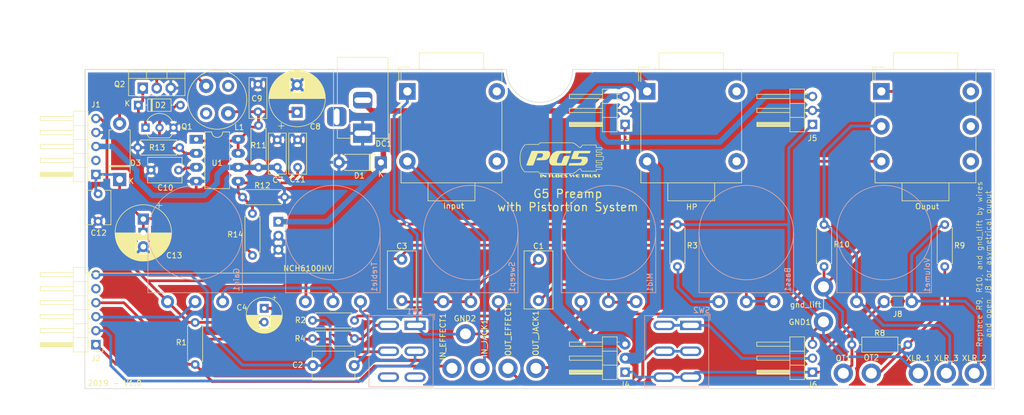
<source format=kicad_pcb>
(kicad_pcb (version 20171130) (host pcbnew "(5.1.0)-1")
  (layers (0 F.Cu signal) (31 B.Cu signal hide) (34 B.Paste user) (35 F.Paste user) (36 B.SilkS user) (37 F.SilkS user) (38 B.Mask user) (39 F.Mask user) (44 Edge.Cuts user))
  (net 0 "")
  (net 1 +24V)
  (net 2 "Net-(C1-Pad2)")
  (net 3 "Net-(C1-Pad1)")
  (net 4 "Net-(C2-Pad1)")
  (net 5 "Net-(C4-Pad1)")
  (net 6 "Net-(IN_JACK1-Pad1)")
  (net 7 "Net-(OUT_JACK1-Pad1)")
  (net 8 "Net-(R2-Pad2)")
  (net 9 "Net-(Bass1-Pad1)")
  (net 10 "Net-(Bass1-Pad2)")
  (net 11 "Net-(OUT_EFFECT1-Pad1)")
  (net 12 /SIMCAB_OUT)
  (net 13 "Net-(Gain1-Pad3)")
  (net 14 "Net-(GND1-Pad1)")
  (net 15 "Net-(OT2-Pad1)")
  (net 16 /A_V1A)
  (net 17 /G_V1B)
  (net 18 /IN_EFFECT)
  (net 19 /K_V1B)
  (net 20 "Net-(Ouput1-PadR)")
  (net 21 GNDS)
  (net 22 "Net-(J8-Pad1)")
  (net 23 /PEAK)
  (net 24 "Net-(C10-Pad1)")
  (net 25 "Net-(C11-Pad1)")
  (net 26 /HT2)
  (net 27 "Net-(D2-Pad1)")
  (net 28 "Net-(D2-Pad2)")
  (net 29 /HT1)
  (net 30 GNDREF)
  (net 31 /BOOST)
  (net 32 /LINE_OUT)
  (net 33 /HP2)
  (net 34 /HP1)
  (net 35 "Net-(J1-Pad2)")
  (net 36 "Net-(J2-Pad5)")
  (net 37 "Net-(SW1-Pad3)")
  (net 38 "Net-(SW1-Pad6)")
  (module ProjectLib_main:Jack_6.35mm_Neutrik_NMJ4HCD2_Horizontal (layer F.Cu) (at 182 118.7 90)
    (fp_text reference HP (at -8.3 8.1 180) (layer F.SilkS))
    (fp_text value HP)
    (pad TN thru_hole circle (at 0 16.23 90) (size 3 3) (drill 1.5) (layers *.Cu *.Mask))
    (pad SN thru_hole circle (at 12.7 16.23 90) (size 3 3) (drill 1.5) (layers *.Cu *.Mask))
    (pad T thru_hole circle (at 0 0 90) (size 3 3) (drill 1.5) (layers *.Cu *.Mask) (net 34 /HP1))
    (pad S thru_hole rect (at 12.7 0 90) (size 3 3) (drill 1.5) (layers *.Cu *.Mask) (net 33 /HP2))
  )
  (module ProjectLib_main:Jack_6.35mm_Neutrik_NMJ4HCD2_Horizontal (layer F.Cu) (at 138.5 118.7 90)
    (fp_text reference Input (at -8.1 8.4 180) (layer F.SilkS))
    (fp_text value Input)
    (pad TN thru_hole circle (at 0 16.23 90) (size 3 3) (drill 1.5) (layers *.Cu *.Mask))
    (pad SN thru_hole circle (at 12.7 16.23 90) (size 3 3) (drill 1.5) (layers *.Cu *.Mask))
    (pad T thru_hole circle (at 0 0 90) (size 3 3) (drill 1.5) (layers *.Cu *.Mask) (net 6 "Net-(IN_JACK1-Pad1)"))
    (pad S thru_hole rect (at 12.7 0 90) (size 3 3) (drill 1.5) (layers *.Cu *.Mask) (net 21 GNDS))
  )
  (module Symbol:PG5_Logo_15mm_SilkScreen (layer F.Cu) (at 166.5 118.2)
    (fp_text reference REF** hide)
    (fp_text value PG5_Logo_15mm_SilkScreen hide)
  )
  (module Connector_Audio:Jack_3.5mm_Neutrik_NMJ6HCD2_Horizontal (layer F.Cu) (at 224.5 118.7 90)
    (fp_text reference Ouput (at -8.2 8.3 180) (layer F.SilkS))
    (fp_text value Out)
    (pad S thru_hole rect (at 12.7 0 90) (size 3 3) (drill 1.5) (layers *.Cu *.Mask) (net 14 "Net-(GND1-Pad1)"))
    (pad T thru_hole circle (at 0 0 90) (size 3 3) (drill 1.5) (layers *.Cu *.Mask) (net 7 "Net-(OUT_JACK1-Pad1)"))
    (pad R thru_hole circle (at 6.35 0 90) (size 3 3) (drill 1.5) (layers *.Cu *.Mask) (net 20 "Net-(Ouput1-PadR)"))
    (pad SN thru_hole circle (at 12.7 16.23 90) (size 3 3) (drill 1.5) (layers *.Cu *.Mask))
    (pad TN thru_hole circle (at 0 16.23 90) (size 3 3) (drill 1.5) (layers *.Cu *.Mask))
    (pad RN thru_hole circle (at 6.35 16.23 90) (size 3 3) (drill 1.5) (layers *.Cu *.Mask))
  )
  (module Converter_DCDC:NCH6100HV (layer F.Cu) (at 125.1 139 180)
    (fp_text reference NCH6100HV (at 4.7 0.85 180) (layer F.SilkS))
    (fp_text value NCH6100HV)
    (pad 4 thru_hole rect (at 34.5 7.34 180) (size 1.8 1.8) (drill 1) (layers *.Cu *.Mask) (net 26 /HT2))
    (pad 5 thru_hole circle (at 34.5 4.8 180) (size 1.8 1.8) (drill 1) (layers *.Cu *.Mask) (net 30 GNDREF))
    (pad 1 thru_hole rect (at 10 9.33 180) (size 1.8 1.8) (drill 1) (layers *.Cu *.Mask) (net 1 +24V))
    (pad 2 thru_hole circle (at 10 6.79 180) (size 1.8 1.8) (drill 1) (layers *.Cu *.Mask) (net 30 GNDREF))
    (pad 3 thru_hole circle (at 10 4.25 180) (size 1.8 1.8) (drill 1) (layers *.Cu *.Mask) (net 30 GNDREF))
  )
  (module Capacitor_THT:CP_Radial_D6.3mm_P2.50mm (layer F.Cu) (at 112.54 145.41 270)
    (fp_text reference C4 (at -0.15 4.05) (layer F.SilkS))
    (fp_text value 22µF/35V)
    (pad 2 thru_hole circle (at 2.5 0 270) (size 1.6 1.6) (drill 0.8) (layers *.Cu *.Mask) (net 21 GNDS))
    (pad 1 thru_hole rect (at 0 0 270) (size 1.6 1.6) (drill 0.8) (layers *.Cu *.Mask) (net 5 "Net-(C4-Pad1)"))
  )
  (module Potentiometer_THT:Potentiometer_Omeg_PC16BU_Vertical (layer B.Cu) (at 95 144.2 90)
    (fp_text reference Gain1 (at 4 12.5 90) (layer B.SilkS) (effects (justify mirror)))
    (fp_text value "1M log")
    (pad 3 thru_hole circle (at 0 10 90) (size 2.34 2.34) (drill 1.3) (layers *.Cu *.Mask) (net 13 "Net-(Gain1-Pad3)"))
    (pad 2 thru_hole circle (at 0 5 90) (size 2.34 2.34) (drill 1.3) (layers *.Cu *.Mask) (net 17 /G_V1B))
    (pad 1 thru_hole circle (at 0 0 90) (size 2.34 2.34) (drill 1.3) (layers *.Cu *.Mask) (net 21 GNDS))
  )
  (module Potentiometer_THT:Potentiometer_Omeg_PC16BU_Vertical (layer B.Cu) (at 145 144.2 90)
    (fp_text reference Sweep1 (at 4.5 12.5 90) (layer B.SilkS) (effects (justify mirror)))
    (fp_text value "50k lin")
    (pad 3 thru_hole circle (at 0 10 90) (size 2.34 2.34) (drill 1.3) (layers *.Cu *.Mask) (net 8 "Net-(R2-Pad2)"))
    (pad 2 thru_hole circle (at 0 5 90) (size 2.34 2.34) (drill 1.3) (layers *.Cu *.Mask) (net 3 "Net-(C1-Pad1)"))
    (pad 1 thru_hole circle (at 0 0 90) (size 2.34 2.34) (drill 1.3) (layers *.Cu *.Mask) (net 3 "Net-(C1-Pad1)"))
  )
  (module Potentiometer_THT:Potentiometer_Omeg_PC16BU_Vertical (layer B.Cu) (at 170 144.2 90)
    (fp_text reference Mid1 (at 3.5 12.5 90) (layer B.SilkS) (effects (justify mirror)))
    (fp_text value "100k log")
    (pad 3 thru_hole circle (at 0 10 90) (size 2.34 2.34) (drill 1.3) (layers *.Cu *.Mask) (net 2 "Net-(C1-Pad2)"))
    (pad 2 thru_hole circle (at 0 5 90) (size 2.34 2.34) (drill 1.3) (layers *.Cu *.Mask) (net 2 "Net-(C1-Pad2)"))
    (pad 1 thru_hole circle (at 0 0 90) (size 2.34 2.34) (drill 1.3) (layers *.Cu *.Mask) (net 21 GNDS))
  )
  (module Potentiometer_THT:Potentiometer_Omeg_PC16BU_Vertical (layer B.Cu) (at 120 144.2 90)
    (fp_text reference Treble1 (at 4.5 12.5 90) (layer B.SilkS) (effects (justify mirror)))
    (fp_text value "250k lin")
    (pad 3 thru_hole circle (at 0 10 90) (size 2.34 2.34) (drill 1.3) (layers *.Cu *.Mask) (net 4 "Net-(C2-Pad1)"))
    (pad 2 thru_hole circle (at 0 5 90) (size 2.34 2.34) (drill 1.3) (layers *.Cu *.Mask) (net 13 "Net-(Gain1-Pad3)"))
    (pad 1 thru_hole circle (at 0 0 90) (size 2.34 2.34) (drill 1.3) (layers *.Cu *.Mask) (net 10 "Net-(Bass1-Pad2)"))
  )
  (module Potentiometer_THT:Potentiometer_Omeg_PC16BU_Vertical (layer B.Cu) (at 195 144.2 90)
    (fp_text reference Bass1 (at 4 12.5 90) (layer B.SilkS) (effects (justify mirror)))
    (fp_text value "250k log")
    (pad 3 thru_hole circle (at 0 10 90) (size 2.34 2.34) (drill 1.3) (layers *.Cu *.Mask) (net 10 "Net-(Bass1-Pad2)"))
    (pad 2 thru_hole circle (at 0 5 90) (size 2.34 2.34) (drill 1.3) (layers *.Cu *.Mask) (net 10 "Net-(Bass1-Pad2)"))
    (pad 1 thru_hole circle (at 0 0 90) (size 2.34 2.34) (drill 1.3) (layers *.Cu *.Mask) (net 9 "Net-(Bass1-Pad1)"))
  )
  (module Potentiometer_THT:Potentiometer_Omeg_PC16BU_Vertical (layer B.Cu) (at 220 144.2 90)
    (fp_text reference Volume1 (at 4.8 12.8 90) (layer B.SilkS) (effects (justify mirror)))
    (fp_text value 1k)
    (pad 3 thru_hole circle (at 0 10 90) (size 2.34 2.34) (drill 1.3) (layers *.Cu *.Mask) (net 22 "Net-(J8-Pad1)"))
    (pad 2 thru_hole circle (at 0 5 90) (size 2.34 2.34) (drill 1.3) (layers *.Cu *.Mask) (net 32 /LINE_OUT))
    (pad 1 thru_hole circle (at 0 0 90) (size 2.34 2.34) (drill 1.3) (layers *.Cu *.Mask) (net 20 "Net-(Ouput1-PadR)"))
  )
  (module Diode_THT:D_DO-41_SOD81_P7.62mm_Horizontal (layer F.Cu) (at 133.7 118.9 180)
    (fp_text reference D1 (at 3.9 -2.4) (layer F.SilkS))
    (fp_text value 1N4007)
    (fp_text user K (at 0 -2.1 180) (layer F.SilkS))
    (pad 1 thru_hole rect (at 0 0 180) (size 2.2 2.2) (drill 1.1) (layers *.Cu *.Mask) (net 1 +24V))
    (pad 2 thru_hole oval (at 7.62 0 180) (size 2.2 2.2) (drill 1.1) (layers *.Cu *.Mask) (net 30 GNDREF))
  )
  (module Connector_Wire:SolderWirePad_1x01_Drill2mm (layer F.Cu) (at 222.68 157.2)
    (fp_text reference OT2 (at 0 -2.85) (layer F.SilkS))
    (fp_text value 125A)
    (pad 1 thru_hole circle (at 0 0) (size 3.5 3.5) (drill 2) (layers *.Cu *.Mask) (net 15 "Net-(OT2-Pad1)"))
  )
  (module Connector_Wire:SolderWirePad_1x01_Drill2mm (layer F.Cu) (at 217.6 157.2)
    (fp_text reference OT1 (at 0 -2.73) (layer F.SilkS))
    (fp_text value 125A)
    (pad 1 thru_hole circle (at 0 0) (size 3.5 3.5) (drill 2) (layers *.Cu *.Mask) (net 14 "Net-(GND1-Pad1)"))
  )
  (module Connector_BarrelJack:BarrelJack_Horizontal (layer F.Cu) (at 130.4 113.6 270)
    (fp_text reference DC1 (at 1.9 -3.8) (layer F.SilkS))
    (fp_text value Barrel_Jack)
    (pad 1 thru_hole rect (at 0 0 270) (size 3.5 3.5) (drill oval 1 3) (layers *.Cu *.Mask) (net 30 GNDREF))
    (pad 2 thru_hole roundrect (at -6 0 270) (size 3 3.5) (drill oval 1 3) (layers *.Cu *.Mask) (net 1 +24V))
    (pad 3 thru_hole roundrect (at -3 4.7 270) (size 3.5 3.5) (drill oval 3 1) (layers *.Cu *.Mask))
  )
  (module Connector_Wire:SolderWirePad_1x02_P7.62mm_Drill2mm (layer F.Cu) (at 214 141.5 270)
    (fp_text reference GND1 (at 6.4 4.3) (layer F.SilkS))
    (fp_text value GND)
    (pad 1 thru_hole circle (at 0 0 270) (size 3.5 3.5) (drill 2) (layers *.Cu *.Mask) (net 14 "Net-(GND1-Pad1)"))
    (pad 2 thru_hole circle (at 6.35 0 270) (size 3.5 3.5) (drill 2) (layers *.Cu *.Mask) (net 21 GNDS))
  )
  (module Connector_Wire:SolderWirePad_1x01_Drill2mm (layer F.Cu) (at 231.2 157.2)
    (fp_text reference XLR_1 (at 0 -2.73) (layer F.SilkS))
    (fp_text value 1)
    (pad 1 thru_hole circle (at 0 0) (size 3.5 3.5) (drill 2) (layers *.Cu *.Mask) (net 21 GNDS))
  )
  (module Connector_Wire:SolderWirePad_1x01_Drill2mm (layer F.Cu) (at 241.36 157.2)
    (fp_text reference XLR_2 (at 0 -2.75) (layer F.SilkS))
    (fp_text value 2)
    (pad 1 thru_hole circle (at 0 0) (size 3.5 3.5) (drill 2) (layers *.Cu *.Mask) (net 22 "Net-(J8-Pad1)"))
  )
  (module Connector_Wire:SolderWirePad_1x01_Drill2mm (layer F.Cu) (at 236.28 157.2)
    (fp_text reference XLR_3 (at 0 -2.73) (layer F.SilkS))
    (fp_text value 3)
    (pad 1 thru_hole circle (at 0 0) (size 3.5 3.5) (drill 2) (layers *.Cu *.Mask) (net 20 "Net-(Ouput1-PadR)"))
  )
  (module Capacitor_THT:C_Disc_D7.5mm_W5.0mm_P7.50mm (layer F.Cu) (at 128.86 155.8 180)
    (fp_text reference C2 (at 10.26 0.1) (layer F.SilkS))
    (fp_text value 250pF)
    (pad 1 thru_hole circle (at 0 0 180) (size 2 2) (drill 1) (layers *.Cu *.Mask) (net 4 "Net-(C2-Pad1)"))
    (pad 2 thru_hole circle (at 7.5 0 180) (size 2 2) (drill 1) (layers *.Cu *.Mask) (net 16 /A_V1A))
  )
  (module Jumper:SolderJumper-2_P1.3mm_Open_Pad1.0x1.5mm (layer F.Cu) (at 227.45 144.2 180)
    (fp_text reference J8 (at 0 -2.25 180) (layer F.SilkS))
    (fp_text value "LEVEL 3-2")
    (pad 2 smd rect (at 0.65 0 180) (size 1 1.5) (layers F.Cu F.Mask) (net 32 /LINE_OUT))
    (pad 1 smd rect (at -0.65 0 180) (size 1 1.5) (layers F.Cu F.Mask) (net 22 "Net-(J8-Pad1)"))
  )
  (module Resistor_THT:R_Axial_DIN0207_L6.3mm_D2.5mm_P7.62mm_Horizontal (layer F.Cu) (at 100 155.6 90)
    (fp_text reference R1 (at 4 -2.5) (layer F.SilkS))
    (fp_text value 1M)
    (pad 1 thru_hole circle (at 0 0 90) (size 1.6 1.6) (drill 0.8) (layers *.Cu *.Mask) (net 18 /IN_EFFECT))
    (pad 2 thru_hole oval (at 7.62 0 90) (size 1.6 1.6) (drill 0.8) (layers *.Cu *.Mask) (net 21 GNDS))
  )
  (module Resistor_THT:R_Axial_DIN0207_L6.3mm_D2.5mm_P7.62mm_Horizontal (layer F.Cu) (at 121.3 147.6)
    (fp_text reference R2 (at -2.2 -0.05) (layer F.SilkS))
    (fp_text value 47k)
    (pad 1 thru_hole circle (at 0 0) (size 1.6 1.6) (drill 0.8) (layers *.Cu *.Mask) (net 16 /A_V1A))
    (pad 2 thru_hole oval (at 7.62 0) (size 1.6 1.6) (drill 0.8) (layers *.Cu *.Mask) (net 8 "Net-(R2-Pad2)"))
  )
  (module Resistor_THT:R_Axial_DIN0207_L6.3mm_D2.5mm_P7.62mm_Horizontal (layer F.Cu) (at 187.5 137.82 90)
    (fp_text reference R3 (at 3.82 2.7 180) (layer F.SilkS))
    (fp_text value 15k)
    (pad 1 thru_hole circle (at 0 0 90) (size 1.6 1.6) (drill 0.8) (layers *.Cu *.Mask) (net 9 "Net-(Bass1-Pad1)"))
    (pad 2 thru_hole oval (at 7.62 0 90) (size 1.6 1.6) (drill 0.8) (layers *.Cu *.Mask) (net 21 GNDS))
  )
  (module Resistor_THT:R_Axial_DIN0207_L6.3mm_D2.5mm_P7.62mm_Horizontal (layer F.Cu) (at 121.3 150.9)
    (fp_text reference R4 (at -2.25 0) (layer F.SilkS))
    (fp_text value 100k)
    (pad 2 thru_hole oval (at 7.62 0) (size 1.6 1.6) (drill 0.8) (layers *.Cu *.Mask) (net 5 "Net-(C4-Pad1)"))
    (pad 1 thru_hole circle (at 0 0) (size 1.6 1.6) (drill 0.8) (layers *.Cu *.Mask) (net 19 /K_V1B))
  )
  (module Resistor_THT:R_Axial_DIN0207_L6.3mm_D2.5mm_P10.16mm_Horizontal (layer F.Cu) (at 229.3 152 180)
    (fp_text reference R8 (at 5.1 2.1) (layer F.SilkS))
    (fp_text value 100R/2W)
    (pad 1 thru_hole circle (at 0 0 180) (size 1.6 1.6) (drill 0.8) (layers *.Cu *.Mask) (net 15 "Net-(OT2-Pad1)"))
    (pad 2 thru_hole oval (at 10.16 0 180) (size 1.6 1.6) (drill 0.8) (layers *.Cu *.Mask) (net 14 "Net-(GND1-Pad1)"))
  )
  (module Resistor_THT:R_Axial_DIN0207_L6.3mm_D2.5mm_P7.62mm_Horizontal (layer F.Cu) (at 236 130.2 270)
    (fp_text reference R9 (at 3.8 -2.7) (layer F.SilkS))
    (fp_text value 330R)
    (pad 2 thru_hole oval (at 7.62 0 270) (size 1.6 1.6) (drill 0.8) (layers *.Cu *.Mask) (net 15 "Net-(OT2-Pad1)"))
    (pad 1 thru_hole circle (at 0 0 270) (size 1.6 1.6) (drill 0.8) (layers *.Cu *.Mask) (net 22 "Net-(J8-Pad1)"))
  )
  (module Resistor_THT:R_Axial_DIN0207_L6.3mm_D2.5mm_P7.62mm_Horizontal (layer F.Cu) (at 214.1 130.2 270)
    (fp_text reference R10 (at 3.6 -3.2) (layer F.SilkS))
    (fp_text value 330R)
    (pad 1 thru_hole circle (at 0 0 270) (size 1.6 1.6) (drill 0.8) (layers *.Cu *.Mask) (net 20 "Net-(Ouput1-PadR)"))
    (pad 2 thru_hole oval (at 7.62 0 270) (size 1.6 1.6) (drill 0.8) (layers *.Cu *.Mask) (net 14 "Net-(GND1-Pad1)"))
  )
  (module Connector_Wire:SolderWirePad_1x01_Drill2mm (layer F.Cu) (at 146.6 156.3 90)
    (fp_text reference IN_EFFECT1 (at 5.75 -1.65 90) (layer F.SilkS))
    (fp_text value IN_EFFECT)
    (pad 1 thru_hole circle (at 0 0 90) (size 3.5 3.5) (drill 2) (layers *.Cu *.Mask) (net 18 /IN_EFFECT))
  )
  (module Connector_Wire:SolderWirePad_1x01_Drill2mm (layer F.Cu) (at 151.1 156.3)
    (fp_text reference IN_JACK1 (at 1.4 -5.48 90) (layer F.SilkS))
    (fp_text value IN_JACK)
    (pad 1 thru_hole circle (at 0.58 0) (size 3.5 3.5) (drill 2) (layers *.Cu *.Mask) (net 6 "Net-(IN_JACK1-Pad1)"))
  )
  (module Connector_Wire:SolderWirePad_1x01_Drill2mm (layer F.Cu) (at 155.6 156.3)
    (fp_text reference OUT_EFFECT1 (at 1.2 -7.18 90) (layer F.SilkS))
    (fp_text value 1)
    (pad 1 thru_hole circle (at 1.16 0) (size 3.5 3.5) (drill 2) (layers *.Cu *.Mask) (net 11 "Net-(OUT_EFFECT1-Pad1)"))
  )
  (module Connector_Wire:SolderWirePad_1x01_Drill2mm (layer F.Cu) (at 160.1 156.3)
    (fp_text reference OUT_JACK1 (at 1.7 -6.4 90) (layer F.SilkS))
    (fp_text value 1)
    (pad 1 thru_hole circle (at 1.74 0) (size 3.5 3.5) (drill 2) (layers *.Cu *.Mask) (net 7 "Net-(OUT_JACK1-Pad1)"))
  )
  (module Connector_PinHeader_2.54mm:PinHeader_1x03_P2.54mm_Horizontal (layer F.Cu) (at 178 112 180)
    (fp_text reference J3 (at 0 -2.5 180) (layer F.SilkS))
    (fp_text value PSU_AMP)
    (pad 3 thru_hole oval (at 0 5.08 180) (size 1.7 1.7) (drill 1) (layers *.Cu *.Mask) (net 1 +24V))
    (pad 2 thru_hole oval (at 0 2.54 180) (size 1.7 1.7) (drill 1) (layers *.Cu *.Mask) (net 30 GNDREF))
    (pad 1 thru_hole rect (at 0 0 180) (size 1.7 1.7) (drill 1) (layers *.Cu *.Mask) (net 21 GNDS))
  )
  (module Connector_PinHeader_2.54mm:PinHeader_1x03_P2.54mm_Horizontal (layer F.Cu) (at 212 112 180)
    (fp_text reference J5 (at 0 -2.5 180) (layer F.SilkS))
    (fp_text value PSU_SIMCAB)
    (pad 1 thru_hole rect (at 0 0 180) (size 1.7 1.7) (drill 1) (layers *.Cu *.Mask) (net 21 GNDS))
    (pad 2 thru_hole oval (at 0 2.54 180) (size 1.7 1.7) (drill 1) (layers *.Cu *.Mask) (net 30 GNDREF))
    (pad 3 thru_hole oval (at 0 5.08 180) (size 1.7 1.7) (drill 1) (layers *.Cu *.Mask) (net 1 +24V))
  )
  (module Connector_PinHeader_2.54mm:PinHeader_1x06_P2.54mm_Horizontal (layer F.Cu) (at 82 152 180)
    (fp_text reference J2 (at 0 -2.5 180) (layer F.SilkS))
    (fp_text value PCB_TUBE)
    (pad 1 thru_hole rect (at 0 0 180) (size 1.7 1.7) (drill 1) (layers *.Cu *.Mask) (net 18 /IN_EFFECT))
    (pad 2 thru_hole oval (at 0 2.54 180) (size 1.7 1.7) (drill 1) (layers *.Cu *.Mask) (net 31 /BOOST))
    (pad 3 thru_hole oval (at 0 5.08 180) (size 1.7 1.7) (drill 1) (layers *.Cu *.Mask) (net 17 /G_V1B))
    (pad 4 thru_hole oval (at 0 7.62 180) (size 1.7 1.7) (drill 1) (layers *.Cu *.Mask) (net 19 /K_V1B))
    (pad 5 thru_hole oval (at 0 10.16 180) (size 1.7 1.7) (drill 1) (layers *.Cu *.Mask) (net 36 "Net-(J2-Pad5)"))
    (pad 6 thru_hole oval (at 0 12.7 180) (size 1.7 1.7) (drill 1) (layers *.Cu *.Mask) (net 16 /A_V1A))
  )
  (module Connector_PinHeader_2.54mm:PinHeader_1x03_P2.54mm_Horizontal (layer F.Cu) (at 212 157 180)
    (fp_text reference J6 (at 0 -2.27 180) (layer F.SilkS))
    (fp_text value SIMCAB)
    (pad 1 thru_hole rect (at 0 0 180) (size 1.7 1.7) (drill 1) (layers *.Cu *.Mask) (net 32 /LINE_OUT))
    (pad 2 thru_hole oval (at 0 2.54 180) (size 1.7 1.7) (drill 1) (layers *.Cu *.Mask) (net 12 /SIMCAB_OUT))
    (pad 3 thru_hole oval (at 0 5.08 180) (size 1.7 1.7) (drill 1) (layers *.Cu *.Mask) (net 21 GNDS))
  )
  (module Connector_PinHeader_2.54mm:PinHeader_1x03_P2.54mm_Horizontal (layer F.Cu) (at 178 157 180)
    (fp_text reference J4 (at 0 -2.27 180) (layer F.SilkS))
    (fp_text value AMP)
    (pad 3 thru_hole oval (at 0 5.08 180) (size 1.7 1.7) (drill 1) (layers *.Cu *.Mask) (net 33 /HP2))
    (pad 2 thru_hole oval (at 0 2.54 180) (size 1.7 1.7) (drill 1) (layers *.Cu *.Mask) (net 34 /HP1))
    (pad 1 thru_hole rect (at 0 0 180) (size 1.7 1.7) (drill 1) (layers *.Cu *.Mask) (net 32 /LINE_OUT))
  )
  (module Connector_Wire:SolderWirePad_1x01_Drill2mm (layer F.Cu) (at 149.05 150.05)
    (fp_text reference GND2 (at -0.1 -2.8) (layer F.SilkS))
    (fp_text value MASSE)
    (pad 1 thru_hole circle (at 0 0) (size 3.5 3.5) (drill 2) (layers *.Cu *.Mask) (net 21 GNDS))
  )
  (module Capacitor_THT:C_Rect_L7.2mm_W3.0mm_P5.00mm_FKS2_FKP2_MKS2_MKP2 (layer F.Cu) (at 114.9 119.8 90)
    (fp_text reference C7 (at -2.3 0.1 180) (layer F.SilkS))
    (fp_text value 100n)
    (pad 2 thru_hole circle (at 5 0 90) (size 1.6 1.6) (drill 0.8) (layers *.Cu *.Mask) (net 30 GNDREF))
    (pad 1 thru_hole circle (at 0 0 90) (size 1.6 1.6) (drill 0.8) (layers *.Cu *.Mask) (net 1 +24V))
  )
  (module Capacitor_THT:CP_Radial_D10.0mm_P5.00mm (layer F.Cu) (at 118.5 109.8 90)
    (fp_text reference C8 (at -2.6 3.3 180) (layer F.SilkS))
    (fp_text value 470µ)
    (pad 2 thru_hole circle (at 5 0 90) (size 2 2) (drill 1) (layers *.Cu *.Mask) (net 30 GNDREF))
    (pad 1 thru_hole rect (at 0 0 90) (size 2 2) (drill 1) (layers *.Cu *.Mask) (net 23 /PEAK))
  )
  (module Capacitor_THT:C_Rect_L7.2mm_W3.0mm_P5.00mm_FKS2_FKP2_MKS2_MKP2 (layer F.Cu) (at 111.4 109.7 90)
    (fp_text reference C9 (at 2.4 -0.2 180) (layer F.SilkS))
    (fp_text value 100n)
    (pad 1 thru_hole circle (at 0 0 90) (size 1.6 1.6) (drill 0.8) (layers *.Cu *.Mask) (net 23 /PEAK))
    (pad 2 thru_hole circle (at 5 0 90) (size 1.6 1.6) (drill 0.8) (layers *.Cu *.Mask) (net 30 GNDREF))
  )
  (module Capacitor_THT:C_Disc_D6.0mm_W4.4mm_P5.00mm (layer F.Cu) (at 97 120.3 180)
    (fp_text reference C10 (at 2.4 -3.2 180) (layer F.SilkS))
    (fp_text value 470p)
    (pad 1 thru_hole circle (at 0 0 180) (size 1.6 1.6) (drill 0.8) (layers *.Cu *.Mask) (net 24 "Net-(C10-Pad1)"))
    (pad 2 thru_hole circle (at 5 0 180) (size 1.6 1.6) (drill 0.8) (layers *.Cu *.Mask) (net 30 GNDREF))
  )
  (module Capacitor_THT:C_Rect_L7.2mm_W3.0mm_P5.00mm_FKS2_FKP2_MKS2_MKP2 (layer F.Cu) (at 118.6 119.8 90)
    (fp_text reference C11 (at -2.2 0 180) (layer F.SilkS))
    (fp_text value 100n)
    (pad 1 thru_hole circle (at 0 0 90) (size 1.6 1.6) (drill 0.8) (layers *.Cu *.Mask) (net 25 "Net-(C11-Pad1)"))
    (pad 2 thru_hole circle (at 5 0 90) (size 1.6 1.6) (drill 0.8) (layers *.Cu *.Mask) (net 30 GNDREF))
  )
  (module Capacitor_THT:C_Disc_D6.0mm_W4.4mm_P5.00mm (layer F.Cu) (at 82.4 124.6 270)
    (fp_text reference C12 (at 7.1 -0.1 180) (layer F.SilkS))
    (fp_text value 10n/400V)
    (pad 2 thru_hole circle (at 5 0 270) (size 1.6 1.6) (drill 0.8) (layers *.Cu *.Mask) (net 30 GNDREF))
    (pad 1 thru_hole circle (at 0 0 270) (size 1.6 1.6) (drill 0.8) (layers *.Cu *.Mask) (net 26 /HT2))
  )
  (module Capacitor_THT:CP_Radial_D10.0mm_P5.00mm (layer F.Cu) (at 90.6 129.2 270)
    (fp_text reference C13 (at 6.6 -5.6) (layer F.SilkS))
    (fp_text value 4.7µ/350V)
    (pad 1 thru_hole rect (at 0 0 270) (size 2 2) (drill 1) (layers *.Cu *.Mask) (net 26 /HT2))
    (pad 2 thru_hole circle (at 5 0 270) (size 2 2) (drill 1) (layers *.Cu *.Mask) (net 30 GNDREF))
  )
  (module Diode_THT:D_DO-35_SOD27_P7.62mm_Horizontal (layer F.Cu) (at 89.7 108.5)
    (fp_text reference D2 (at 4 0) (layer F.SilkS))
    (fp_text value 1N4148)
    (fp_text user K (at -2 -0.3) (layer F.SilkS))
    (pad 1 thru_hole rect (at 0 0) (size 1.6 1.6) (drill 0.8) (layers *.Cu *.Mask) (net 27 "Net-(D2-Pad1)"))
    (pad 2 thru_hole oval (at 7.62 0) (size 1.6 1.6) (drill 0.8) (layers *.Cu *.Mask) (net 28 "Net-(D2-Pad2)"))
  )
  (module Diode_THT:D_DO-15_P10.16mm_Horizontal (layer F.Cu) (at 86.3 122 90)
    (fp_text reference D3 (at 3 2.9 180) (layer F.SilkS))
    (fp_text value BYV26)
    (fp_text user K (at -0.3 2.1 180) (layer F.SilkS))
    (pad 1 thru_hole rect (at 0 0 90) (size 2.4 2.4) (drill 1.2) (layers *.Cu *.Mask) (net 26 /HT2))
    (pad 2 thru_hole oval (at 10.16 0 90) (size 2.4 2.4) (drill 1.2) (layers *.Cu *.Mask) (net 29 /HT1))
  )
  (module Package_TO_SOT_THT:TO-92_Inline_Wide (layer F.Cu) (at 91 112.6)
    (fp_text reference Q1 (at 7.5 -0.2) (layer F.SilkS))
    (fp_text value MPS751)
    (pad 2 thru_hole circle (at 2.54 0 90) (size 1.5 1.5) (drill 0.8) (layers *.Cu *.Mask) (net 28 "Net-(D2-Pad2)"))
    (pad 3 thru_hole circle (at 5.08 0 90) (size 1.5 1.5) (drill 0.8) (layers *.Cu *.Mask) (net 30 GNDREF))
    (pad 1 thru_hole rect (at 0 0 90) (size 1.5 1.5) (drill 0.8) (layers *.Cu *.Mask) (net 27 "Net-(D2-Pad1)"))
  )
  (module Package_TO_SOT_THT:TO-220-3_Vertical (layer F.Cu) (at 90.5 105.4)
    (fp_text reference Q2 (at -4.2 -0.7) (layer F.SilkS))
    (fp_text value IRF740)
    (pad 1 thru_hole rect (at 0 0) (size 1.905 2) (drill 1.1) (layers *.Cu *.Mask) (net 27 "Net-(D2-Pad1)"))
    (pad 2 thru_hole oval (at 2.54 0) (size 1.905 2) (drill 1.1) (layers *.Cu *.Mask) (net 29 /HT1))
    (pad 3 thru_hole oval (at 5.08 0) (size 1.905 2) (drill 1.1) (layers *.Cu *.Mask) (net 30 GNDREF))
  )
  (module Resistor_THT:R_Axial_DIN0207_L6.3mm_D2.5mm_P7.62mm_Horizontal (layer F.Cu) (at 111.5 119.8 90)
    (fp_text reference R11 (at 4 0 180) (layer F.SilkS))
    (fp_text value 0.22R)
    (pad 2 thru_hole oval (at 7.62 0 90) (size 1.6 1.6) (drill 0.8) (layers *.Cu *.Mask) (net 23 /PEAK))
    (pad 1 thru_hole circle (at 0 0 90) (size 1.6 1.6) (drill 0.8) (layers *.Cu *.Mask) (net 1 +24V))
  )
  (module Resistor_THT:R_Axial_DIN0207_L6.3mm_D2.5mm_P7.62mm_Horizontal (layer F.Cu) (at 108.6 125.2)
    (fp_text reference R12 (at 3.6 -2.1) (layer F.SilkS))
    (fp_text value 1.8k)
    (pad 2 thru_hole oval (at 7.62 0) (size 1.6 1.6) (drill 0.8) (layers *.Cu *.Mask) (net 30 GNDREF))
    (pad 1 thru_hole circle (at 0 0) (size 1.6 1.6) (drill 0.8) (layers *.Cu *.Mask) (net 25 "Net-(C11-Pad1)"))
  )
  (module Resistor_THT:R_Axial_DIN0207_L6.3mm_D2.5mm_P7.62mm_Horizontal (layer F.Cu) (at 97.2 116.2 180)
    (fp_text reference R13 (at 4.1 0 180) (layer F.SilkS))
    (fp_text value 1k)
    (pad 1 thru_hole circle (at 0 0 180) (size 1.6 1.6) (drill 0.8) (layers *.Cu *.Mask) (net 28 "Net-(D2-Pad2)"))
    (pad 2 thru_hole oval (at 7.62 0 180) (size 1.6 1.6) (drill 0.8) (layers *.Cu *.Mask) (net 30 GNDREF))
  )
  (module Resistor_THT:R_Axial_DIN0207_L6.3mm_D2.5mm_P7.62mm_Horizontal (layer F.Cu) (at 110.4 135.8 90)
    (fp_text reference R14 (at 3.8 -3.1) (layer F.SilkS))
    (fp_text value 430k)
    (pad 1 thru_hole circle (at 0 0 90) (size 1.6 1.6) (drill 0.8) (layers *.Cu *.Mask) (net 26 /HT2))
    (pad 2 thru_hole oval (at 7.62 0 90) (size 1.6 1.6) (drill 0.8) (layers *.Cu *.Mask) (net 25 "Net-(C11-Pad1)"))
  )
  (module Package_DIP:DIP-8_W7.62mm_LongPads (layer F.Cu) (at 100.2 114.7)
    (fp_text reference U1 (at 3.8 4.3) (layer F.SilkS))
    (fp_text value MC34063AP)
    (pad 1 thru_hole rect (at 0 0) (size 2.4 1.6) (drill 0.8) (layers *.Cu *.Mask) (net 23 /PEAK))
    (pad 5 thru_hole oval (at 7.62 7.62) (size 2.4 1.6) (drill 0.8) (layers *.Cu *.Mask) (net 25 "Net-(C11-Pad1)"))
    (pad 2 thru_hole oval (at 0 2.54) (size 2.4 1.6) (drill 0.8) (layers *.Cu *.Mask) (net 28 "Net-(D2-Pad2)"))
    (pad 6 thru_hole oval (at 7.62 5.08) (size 2.4 1.6) (drill 0.8) (layers *.Cu *.Mask) (net 1 +24V))
    (pad 3 thru_hole oval (at 0 5.08) (size 2.4 1.6) (drill 0.8) (layers *.Cu *.Mask) (net 24 "Net-(C10-Pad1)"))
    (pad 7 thru_hole oval (at 7.62 2.54) (size 2.4 1.6) (drill 0.8) (layers *.Cu *.Mask) (net 23 /PEAK))
    (pad 4 thru_hole oval (at 0 7.62) (size 2.4 1.6) (drill 0.8) (layers *.Cu *.Mask) (net 30 GNDREF))
    (pad 8 thru_hole oval (at 7.62 0) (size 2.4 1.6) (drill 0.8) (layers *.Cu *.Mask) (net 23 /PEAK))
  )
  (module ProjectLib_main:L_Radial_D10.5mm_P5.00mm_MuRATA_1200RS (layer F.Cu) (at 106 110 180)
    (fp_text reference L1 (at -2 -2.5 180) (layer F.SilkS))
    (fp_text value 220µH/1.5A)
    (pad 2 thru_hole circle (at 4 5 180) (size 2.6 2.6) (drill 1.2) (layers *.Cu *.Mask) (net 29 /HT1))
    (pad 1 thru_hole circle (at 0 0 180) (size 2.6 2.6) (drill 1.2) (layers *.Cu *.Mask) (net 23 /PEAK))
    (pad "" thru_hole circle (at 0 5 180) (size 2.2 2.2) (drill 1.2) (layers *.Cu *.Mask))
    (pad "" thru_hole circle (at 4 0 180) (size 2.2 2.2) (drill 1.2) (layers *.Cu *.Mask))
  )
  (module Switch_lever:SW_CK_Lever_DPDT_72xx (layer B.Cu) (at 189.9 148.5 180)
    (fp_text reference SW2 (at -2 2.75) (layer B.SilkS) (effects (justify mirror)))
    (fp_text value SIMCAB)
    (pad 1 thru_hole rect (at 0 0 180) (size 3.85 1.73) (drill oval 2.99 0.96) (layers *.Cu *.Mask) (net 12 /SIMCAB_OUT))
    (pad 2 thru_hole oval (at 0 -4.7 180) (size 3.85 1.73) (drill oval 2.99 0.96) (layers *.Cu *.Mask) (net 11 "Net-(OUT_EFFECT1-Pad1)"))
    (pad 3 thru_hole oval (at 0 -9.4 180) (size 3.85 1.73) (drill oval 2.99 0.96) (layers *.Cu *.Mask) (net 32 /LINE_OUT))
    (pad 5 thru_hole oval (at 4.83 -4.7 180) (size 3.85 1.73) (drill oval 2.99 0.96) (layers *.Cu *.Mask) (net 11 "Net-(OUT_EFFECT1-Pad1)"))
    (pad 6 thru_hole oval (at 4.83 -9.4 180) (size 3.85 1.73) (drill oval 2.99 0.96) (layers *.Cu *.Mask) (net 32 /LINE_OUT))
    (pad 4 thru_hole oval (at 4.83 0 180) (size 3.85 1.73) (drill oval 2.99 0.96) (layers *.Cu *.Mask) (net 12 /SIMCAB_OUT))
  )
  (module Connector_PinHeader_2.54mm:PinHeader_1x05_P2.54mm_Horizontal (layer F.Cu) (at 82 121.08 180)
    (fp_text reference J1 (at 0 12.68 180) (layer F.SilkS))
    (fp_text value PSU_TUBE)
    (pad 1 thru_hole rect (at 0 0 180) (size 1.7 1.7) (drill 1) (layers *.Cu *.Mask) (net 26 /HT2))
    (pad 2 thru_hole oval (at 0 2.54 180) (size 1.7 1.7) (drill 1) (layers *.Cu *.Mask) (net 35 "Net-(J1-Pad2)"))
    (pad 3 thru_hole oval (at 0 5.08 180) (size 1.7 1.7) (drill 1) (layers *.Cu *.Mask) (net 1 +24V))
    (pad 4 thru_hole oval (at 0 7.62 180) (size 1.7 1.7) (drill 1) (layers *.Cu *.Mask) (net 30 GNDREF))
    (pad 5 thru_hole oval (at 0 10.16 180) (size 1.7 1.7) (drill 1) (layers *.Cu *.Mask) (net 21 GNDS))
  )
  (module Switch_lever:SW_CK_Lever_DPDT_72xx (layer B.Cu) (at 139.9 148.5 180)
    (fp_text reference SW1 (at 0 2.54) (layer B.SilkS) (effects (justify mirror)))
    (fp_text value Boost)
    (pad 1 thru_hole rect (at 0 0 180) (size 3.85 1.73) (drill oval 2.99 0.96) (layers *.Cu *.Mask) (net 21 GNDS))
    (pad 2 thru_hole oval (at 0 -4.7 180) (size 3.85 1.73) (drill oval 2.99 0.96) (layers *.Cu *.Mask) (net 31 /BOOST))
    (pad 3 thru_hole oval (at 0 -9.4 180) (size 3.85 1.73) (drill oval 2.99 0.96) (layers *.Cu *.Mask) (net 37 "Net-(SW1-Pad3)"))
    (pad 5 thru_hole oval (at 4.83 -4.7 180) (size 3.85 1.73) (drill oval 2.99 0.96) (layers *.Cu *.Mask) (net 19 /K_V1B))
    (pad 6 thru_hole oval (at 4.83 -9.4 180) (size 3.85 1.73) (drill oval 2.99 0.96) (layers *.Cu *.Mask) (net 38 "Net-(SW1-Pad6)"))
    (pad 4 thru_hole oval (at 4.83 0 180) (size 3.85 1.73) (drill oval 2.99 0.96) (layers *.Cu *.Mask) (net 5 "Net-(C4-Pad1)"))
  )
  (module Capacitor_THT:C_Rect_L10.3mm_W5.0mm_P7.50mm_MKS4 (layer F.Cu) (at 162.3 136.5 270)
    (fp_text reference C1 (at -2.4 0) (layer F.SilkS))
    (fp_text value 47nF)
    (pad 2 thru_hole circle (at 7.5 0 270) (size 2 2) (drill 1) (layers *.Cu *.Mask) (net 2 "Net-(C1-Pad2)"))
    (pad 1 thru_hole circle (at 0 0 270) (size 2 2) (drill 1) (layers *.Cu *.Mask) (net 3 "Net-(C1-Pad1)"))
  )
  (module Capacitor_THT:C_Rect_L10.3mm_W5.0mm_P7.50mm_MKS4 (layer F.Cu) (at 137.5 136.5 270)
    (fp_text reference C3 (at -2.4 0) (layer F.SilkS))
    (fp_text value 100nF)
    (pad 1 thru_hole circle (at 0 0 270) (size 2 2) (drill 1) (layers *.Cu *.Mask) (net 10 "Net-(Bass1-Pad2)"))
    (pad 2 thru_hole circle (at 7.5 0 270) (size 2 2) (drill 1) (layers *.Cu *.Mask) (net 3 "Net-(C1-Pad1)"))
  )
  (gr_text "2019 - V1.0" (at 85.4 159) (layer F.SilkS) (effects (font (size 1 1))))
  (gr_text "G5 Preamp\nwith Pistortion System" (at 167.6 125.8) (layer F.SilkS) (effects (font (size 1.5 1.5) (thickness 0.2))))
  (gr_text "Replace R9, R10, and gnd_lift by wires\nand open J8 for asymetrical ouput" (at 243.1 137.4 90) (layer F.SilkS) (effects (font (size 1 1) (thickness 0.1))))
  (gr_text gnd_lift (at 210.75 144.75) (layer F.SilkS) (effects (font (size 1 1))))
  (gr_line (start 214 143.5) (end 214 145.75) (layer F.SilkS) (width 0.15))
  (gr_arc (start 162.5 102) (end 156.5 102) (angle -180) (layer Edge.Cuts) (width 0.1))
  (gr_line (start 80 102) (end 156.5 102) (layer Edge.Cuts) (width 0.1))
  (gr_line (start 80 160) (end 80 102) (layer Edge.Cuts) (width 0.1))
  (gr_line (start 245 102) (end 168.5 102) (layer Edge.Cuts) (width 0.1))
  (gr_line (start 245 160) (end 245 102) (layer Edge.Cuts) (width 0.1))
  (gr_line (start 80 160) (end 245 160) (layer Edge.Cuts) (width 0.1))
  (segment (start 82 116) (end 81.9 116.1) (width 1) (layer F.Cu) (net 1))
  (segment (start 82.1 116) (end 82.05 116) (width 1) (layer B.Cu) (net 1))
  (segment (start 83.202081 116) (end 82 116) (width 1) (layer B.Cu) (net 1))
  (segment (start 85 116) (end 83.202081 116) (width 1) (layer B.Cu) (net 1))
  (segment (start 89.359998 120.359998) (end 85 116) (width 1) (layer B.Cu) (net 1))
  (segment (start 170.550001 109.549999) (end 134.700001 109.549999) (width 1) (layer F.Cu) (net 1))
  (segment (start 178.1 106.9) (end 173.2 106.9) (width 1) (layer F.Cu) (net 1))
  (segment (start 173.2 106.9) (end 170.550001 109.549999) (width 1) (layer F.Cu) (net 1))
  (segment (start 134.700001 109.549999) (end 134.449999 109.549999) (width 1) (layer F.Cu) (net 1))
  (segment (start 134.449999 109.549999) (end 132.049999 109.549999) (width 1) (layer F.Cu) (net 1))
  (segment (start 132.049999 109.549999) (end 130.1 107.6) (width 1) (layer F.Cu) (net 1))
  (segment (start 89.4 121.5) (end 89.4 120.4) (width 1) (layer B.Cu) (net 1))
  (segment (start 92.3 124.9) (end 89.4 122) (width 1) (layer B.Cu) (net 1))
  (segment (start 107.54 119.8) (end 105.3 119.8) (width 1) (layer B.Cu) (net 1))
  (segment (start 107.82 120.08) (end 107.54 119.8) (width 1) (layer B.Cu) (net 1))
  (segment (start 89.4 122) (end 89.4 121.5) (width 1) (layer B.Cu) (net 1))
  (segment (start 105.3 119.8) (end 104 121.1) (width 1) (layer B.Cu) (net 1))
  (segment (start 104 121.1) (end 104 122.6) (width 1) (layer B.Cu) (net 1))
  (segment (start 104 122.6) (end 101.7 124.9) (width 1) (layer B.Cu) (net 1))
  (segment (start 101.7 124.9) (end 92.3 124.9) (width 1) (layer B.Cu) (net 1))
  (segment (start 111.8 119.8) (end 107.8 119.8) (width 1) (layer B.Cu) (net 1))
  (segment (start 114.5 119.8) (end 111.8 119.8) (width 1) (layer B.Cu) (net 1))
  (segment (start 117.3 122.6) (end 114.5 119.8) (width 1) (layer B.Cu) (net 1))
  (segment (start 131 122.6) (end 117.3 122.6) (width 1) (layer B.Cu) (net 1))
  (segment (start 123.93 129.67) (end 131 122.6) (width 1) (layer B.Cu) (net 1))
  (segment (start 115.1 129.67) (end 123.93 129.67) (width 1) (layer B.Cu) (net 1))
  (segment (start 133.8 119.8) (end 131 122.6) (width 1) (layer B.Cu) (net 1))
  (segment (start 133.7 118.8) (end 133.8 118.9) (width 1) (layer B.Cu) (net 1))
  (segment (start 133.8 118.9) (end 133.8 119.8) (width 1) (layer B.Cu) (net 1))
  (segment (start 134.153294 118.546706) (end 133.8 118.9) (width 1) (layer F.Cu) (net 1))
  (segment (start 134.700001 109.549999) (end 134.153294 110.096706) (width 1) (layer F.Cu) (net 1))
  (segment (start 134.153294 110.096706) (end 134.153294 118.546706) (width 1) (layer F.Cu) (net 1))
  (segment (start 175.45 106.9) (end 178.1 106.9) (width 1) (layer B.Cu) (net 1))
  (segment (start 203.5 106.9) (end 195.2 115.2) (width 1) (layer B.Cu) (net 1))
  (segment (start 195.2 115.2) (end 174.85 115.2) (width 1) (layer B.Cu) (net 1))
  (segment (start 174.85 115.2) (end 173.95 114.3) (width 1) (layer B.Cu) (net 1))
  (segment (start 173.95 114.3) (end 173.95 108.4) (width 1) (layer B.Cu) (net 1))
  (segment (start 212 106.9) (end 203.5 106.9) (width 1) (layer B.Cu) (net 1))
  (segment (start 173.95 108.4) (end 175.45 106.9) (width 1) (layer B.Cu) (net 1))
  (segment (start 175.2 144.3) (end 175.1 144.2) (width 0.5) (layer F.Cu) (net 2))
  (segment (start 180 144.3) (end 175.2 144.3) (width 0.5) (layer F.Cu) (net 2))
  (segment (start 175 144) (end 175 144.3) (width 0.5) (layer F.Cu) (net 2))
  (segment (start 175 142.3) (end 175 144) (width 0.5) (layer F.Cu) (net 2))
  (segment (start 173.8 141.1) (end 175 142.3) (width 0.5) (layer F.Cu) (net 2))
  (segment (start 165.4 141.1) (end 173.8 141.1) (width 0.5) (layer F.Cu) (net 2))
  (segment (start 162.3 144.2) (end 165.4 141.1) (width 0.5) (layer F.Cu) (net 2))
  (segment (start 145 144.2) (end 150 144.2) (width 0.5) (layer F.Cu) (net 3))
  (segment (start 137.554186 144.254186) (end 137.5 144.2) (width 0.5) (layer F.Cu) (net 3))
  (segment (start 144.95 144.3) (end 144.904186 144.254186) (width 0.5) (layer F.Cu) (net 3))
  (segment (start 144.904186 144.254186) (end 137.554186 144.254186) (width 0.5) (layer F.Cu) (net 3))
  (segment (start 150.05 142.55) (end 150.05 144.15) (width 0.5) (layer F.Cu) (net 3))
  (segment (start 153.5 139.1) (end 150.05 142.55) (width 0.5) (layer F.Cu) (net 3))
  (segment (start 162.4 136.5) (end 159.8 139.1) (width 0.5) (layer F.Cu) (net 3))
  (segment (start 159.8 139.1) (end 153.5 139.1) (width 0.5) (layer F.Cu) (net 3))
  (segment (start 130 145.854629) (end 131.4 147.254629) (width 0.5) (layer B.Cu) (net 4))
  (segment (start 130 144.2) (end 130 145.854629) (width 0.5) (layer B.Cu) (net 4))
  (segment (start 131.4 147.254629) (end 131.4 153.3) (width 0.5) (layer B.Cu) (net 4))
  (segment (start 131.4 153.3) (end 128.9 155.8) (width 0.5) (layer B.Cu) (net 4))
  (segment (start 130.25 150.95) (end 131.6 149.6) (width 0.5) (layer F.Cu) (net 5))
  (segment (start 128.87 150.95) (end 130.25 150.95) (width 0.5) (layer F.Cu) (net 5))
  (segment (start 131.6 149.6) (end 132.7 148.5) (width 0.5) (layer F.Cu) (net 5))
  (segment (start 132.7 148.5) (end 135.4 148.5) (width 0.5) (layer F.Cu) (net 5))
  (segment (start 127.242551 149.292551) (end 128.85 150.9) (width 0.5) (layer F.Cu) (net 5))
  (segment (start 117.726553 149.292551) (end 127.242551 149.292551) (width 0.5) (layer F.Cu) (net 5))
  (segment (start 112.4 145.41) (end 113.844002 145.41) (width 0.5) (layer F.Cu) (net 5))
  (segment (start 113.844002 145.41) (end 117.726553 149.292551) (width 0.5) (layer F.Cu) (net 5))
  (segment (start 138.5 118.8) (end 138.5 118.7) (width 0.5) (layer B.Cu) (net 6))
  (segment (start 152.5 132.8) (end 138.5 118.8) (width 0.5) (layer B.Cu) (net 6))
  (segment (start 151.7 156.3) (end 152.5 155.5) (width 0.5) (layer B.Cu) (net 6))
  (segment (start 152.5 155.5) (end 152.5 132.8) (width 0.5) (layer B.Cu) (net 6))
  (segment (start 161.763473 156.163473) (end 161.8 156.2) (width 0.5) (layer F.Cu) (net 7))
  (segment (start 212.9 118.7) (end 210.1 121.5) (width 0.5) (layer F.Cu) (net 7))
  (segment (start 224.5 118.7) (end 212.9 118.7) (width 0.5) (layer F.Cu) (net 7))
  (segment (start 210.1 121.5) (end 210.1 142.25) (width 0.5) (layer F.Cu) (net 7))
  (segment (start 210.1 142.25) (end 205.931453 146.418547) (width 0.5) (layer F.Cu) (net 7))
  (segment (start 165.636527 156.163473) (end 161.763473 156.163473) (width 0.5) (layer F.Cu) (net 7))
  (segment (start 205.931453 146.418547) (end 175.381453 146.418547) (width 0.5) (layer F.Cu) (net 7))
  (segment (start 175.381453 146.418547) (end 165.636527 156.163473) (width 0.5) (layer F.Cu) (net 7))
  (segment (start 155.1 145.7) (end 155.1 144.2) (width 0.5) (layer F.Cu) (net 8))
  (segment (start 154 146.8) (end 155.1 145.7) (width 0.5) (layer F.Cu) (net 8))
  (segment (start 128.8 147.5) (end 129.5 146.8) (width 0.5) (layer F.Cu) (net 8))
  (segment (start 129.5 146.8) (end 154 146.8) (width 0.5) (layer F.Cu) (net 8))
  (segment (start 190.2 144.2) (end 195 144.2) (width 0.5) (layer B.Cu) (net 9))
  (segment (start 187.6 141.6) (end 190.2 144.2) (width 0.5) (layer B.Cu) (net 9))
  (segment (start 187.55 137.85) (end 187.6 137.9) (width 0.5) (layer B.Cu) (net 9))
  (segment (start 187.6 137.9) (end 187.6 141.6) (width 0.5) (layer B.Cu) (net 9))
  (segment (start 200.1 144.1) (end 205 144.1) (width 0.5) (layer B.Cu) (net 10))
  (segment (start 200 144.1) (end 200.1 144.2) (width 0.5) (layer F.Cu) (net 10))
  (segment (start 200 139.5) (end 200 144.1) (width 0.5) (layer F.Cu) (net 10))
  (segment (start 194.45 133.95) (end 200 139.5) (width 0.5) (layer F.Cu) (net 10))
  (segment (start 119.9 144.2) (end 120.1 144) (width 0.5) (layer F.Cu) (net 10))
  (segment (start 120.1 144) (end 120.1 141) (width 0.5) (layer F.Cu) (net 10))
  (segment (start 120.1 141) (end 124.7 136.4) (width 0.5) (layer F.Cu) (net 10))
  (segment (start 124.7 136.4) (end 136.9 136.4) (width 0.5) (layer F.Cu) (net 10))
  (segment (start 136.9 136.4) (end 139.35 133.95) (width 0.5) (layer F.Cu) (net 10))
  (segment (start 139.35 133.95) (end 194.45 133.95) (width 0.5) (layer F.Cu) (net 10))
  (segment (start 185.17 153.2) (end 187.345 153.2) (width 0.5) (layer B.Cu) (net 11))
  (segment (start 187.345 153.2) (end 190.1 153.2) (width 0.5) (layer B.Cu) (net 11))
  (segment (start 159.59999 159.19999) (end 156.9 156.5) (width 0.5) (layer F.Cu) (net 11))
  (segment (start 179.80001 159.19999) (end 159.59999 159.19999) (width 0.5) (layer F.Cu) (net 11))
  (segment (start 181.2 157.8) (end 179.80001 159.19999) (width 0.5) (layer F.Cu) (net 11))
  (segment (start 181.2 154.995) (end 181.2 157.8) (width 0.5) (layer F.Cu) (net 11))
  (segment (start 185.17 153.2) (end 182.995 153.2) (width 0.5) (layer F.Cu) (net 11))
  (segment (start 182.995 153.2) (end 181.2 154.995) (width 0.5) (layer F.Cu) (net 11))
  (segment (start 199.2 154.5) (end 212 154.5) (width 0.5) (layer B.Cu) (net 12))
  (segment (start 185.17 148.5) (end 193.2 148.5) (width 0.5) (layer B.Cu) (net 12))
  (segment (start 193.2 148.5) (end 199.2 154.5) (width 0.5) (layer B.Cu) (net 12))
  (segment (start 104.9 144.2) (end 105 144.1) (width 0.5) (layer F.Cu) (net 13))
  (segment (start 125.1 142.55) (end 125.1 143.2) (width 0.5) (layer B.Cu) (net 13))
  (segment (start 124.25 141.7) (end 125.1 142.55) (width 0.5) (layer B.Cu) (net 13))
  (segment (start 105.85 141.7) (end 124.25 141.7) (width 0.5) (layer B.Cu) (net 13))
  (segment (start 105 144.1) (end 105 142.55) (width 0.5) (layer B.Cu) (net 13))
  (segment (start 105 142.55) (end 105.85 141.7) (width 0.5) (layer B.Cu) (net 13))
  (segment (start 214.1 137.5) (end 214.1 141.5) (width 0.5) (layer F.Cu) (net 14))
  (segment (start 214.1 142.7) (end 214.1 141.3) (width 0.5) (layer F.Cu) (net 14))
  (segment (start 219.149999 155.730001) (end 219.149999 151.999999) (width 0.5) (layer F.Cu) (net 14))
  (segment (start 217.4 157.48) (end 219.149999 155.730001) (width 0.5) (layer F.Cu) (net 14))
  (segment (start 219.149999 151.999999) (end 219.1 151.95) (width 0.5) (layer F.Cu) (net 14))
  (segment (start 217.45 146.05) (end 214.1 142.7) (width 0.5) (layer B.Cu) (net 14))
  (segment (start 217.45 148.55) (end 217.45 146.05) (width 0.5) (layer B.Cu) (net 14))
  (segment (start 219.149999 150.249999) (end 217.45 148.55) (width 0.5) (layer B.Cu) (net 14))
  (segment (start 219.1 151.900002) (end 219.149999 151.950001) (width 0.5) (layer B.Cu) (net 14))
  (segment (start 219.149999 151.950001) (end 219.149999 150.249999) (width 0.5) (layer B.Cu) (net 14))
  (segment (start 215.749999 139.750001) (end 214 141.5) (width 0.5) (layer F.Cu) (net 14))
  (segment (start 228.5 127) (end 215.749999 139.750001) (width 0.5) (layer F.Cu) (net 14))
  (segment (start 228.5 107.7) (end 228.5 127) (width 0.5) (layer F.Cu) (net 14))
  (segment (start 224.5 106) (end 226.8 106) (width 0.5) (layer F.Cu) (net 14))
  (segment (start 226.8 106) (end 228.5 107.7) (width 0.5) (layer F.Cu) (net 14))
  (segment (start 236 138) (end 235.9 137.9) (width 0.5) (layer B.Cu) (net 15))
  (segment (start 236 145.3) (end 236 138) (width 0.5) (layer F.Cu) (net 15))
  (segment (start 224 157.6) (end 224 157.3) (width 0.5) (layer B.Cu) (net 15))
  (segment (start 236 145.3) (end 229.3 152) (width 0.5) (layer F.Cu) (net 15))
  (segment (start 229.3 152) (end 224 157.3) (width 0.5) (layer F.Cu) (net 15))
  (segment (start 224 157.3) (end 224 157.7) (width 0.5) (layer F.Cu) (net 15))
  (segment (start 122.814213 155.8) (end 124.5 154.114213) (width 0.5) (layer B.Cu) (net 16))
  (segment (start 121.4 155.8) (end 122.814213 155.8) (width 0.5) (layer B.Cu) (net 16))
  (segment (start 124.5 154.114213) (end 124.5 150.8) (width 0.5) (layer B.Cu) (net 16))
  (segment (start 124.5 150.8) (end 124.5 148.6) (width 0.5) (layer B.Cu) (net 16))
  (segment (start 124.5 148.6) (end 123.5 147.6) (width 0.5) (layer B.Cu) (net 16))
  (segment (start 123.5 147.6) (end 121.3 147.6) (width 0.5) (layer B.Cu) (net 16))
  (segment (start 108.6 155.7) (end 121.4 155.7) (width 0.5) (layer B.Cu) (net 16))
  (segment (start 102.2 149.3) (end 108.6 155.7) (width 0.5) (layer B.Cu) (net 16))
  (segment (start 102.2 142.3) (end 102.2 149.3) (width 0.5) (layer B.Cu) (net 16))
  (segment (start 82 139.3) (end 99.2 139.3) (width 0.5) (layer B.Cu) (net 16))
  (segment (start 99.2 139.3) (end 102.2 142.3) (width 0.5) (layer B.Cu) (net 16))
  (segment (start 82.1 147) (end 82 146.9) (width 0.5) (layer F.Cu) (net 17))
  (segment (start 96.3 147) (end 82.1 147) (width 0.5) (layer B.Cu) (net 17))
  (segment (start 100 144.2) (end 99.95 144.2) (width 0.5) (layer F.Cu) (net 17))
  (segment (start 97.2 147) (end 96.4 147) (width 0.5) (layer B.Cu) (net 17))
  (segment (start 99.95 144.2) (end 99.95 144.25) (width 0.5) (layer B.Cu) (net 17))
  (segment (start 99.95 144.25) (end 97.2 147) (width 0.5) (layer B.Cu) (net 17))
  (segment (start 85.666947 155.566947) (end 82.1 152) (width 0.5) (layer F.Cu) (net 18))
  (segment (start 146.3 155.9) (end 132.5 155.9) (width 0.5) (layer F.Cu) (net 18))
  (segment (start 146.7 156.3) (end 146.3 155.9) (width 0.5) (layer F.Cu) (net 18))
  (segment (start 132.5 155.9) (end 129.7 158.7) (width 0.5) (layer F.Cu) (net 18))
  (segment (start 129.7 158.7) (end 103.1 158.7) (width 0.5) (layer F.Cu) (net 18))
  (segment (start 103.1 158.7) (end 99.966947 155.566947) (width 0.5) (layer F.Cu) (net 18))
  (segment (start 99.966947 155.566947) (end 85.666947 155.566947) (width 0.5) (layer F.Cu) (net 18))
  (segment (start 82 144.38) (end 82.02 144.4) (width 0.5) (layer B.Cu) (net 19))
  (segment (start 132.3 153.3) (end 135.2 153.3) (width 0.5) (layer F.Cu) (net 19))
  (segment (start 126.75 153.3) (end 132.3 153.3) (width 0.5) (layer F.Cu) (net 19))
  (segment (start 124.45 151) (end 126.75 153.3) (width 0.5) (layer F.Cu) (net 19))
  (segment (start 93.7 151) (end 124.45 151) (width 0.5) (layer F.Cu) (net 19))
  (segment (start 82.02 144.4) (end 87.1 144.4) (width 0.5) (layer F.Cu) (net 19))
  (segment (start 87.1 144.4) (end 93.7 151) (width 0.5) (layer F.Cu) (net 19))
  (segment (start 220 135.6) (end 220 144.2) (width 0.5) (layer B.Cu) (net 20))
  (segment (start 219 112.3) (end 214.1 117.2) (width 0.5) (layer B.Cu) (net 20))
  (segment (start 224.4 112.3) (end 219 112.3) (width 0.5) (layer B.Cu) (net 20))
  (segment (start 214.1 117.2) (end 214.1 129.4) (width 0.5) (layer B.Cu) (net 20))
  (segment (start 214.1 129.4) (end 214.5 129.8) (width 0.5) (layer B.Cu) (net 20))
  (segment (start 214.5 129.8) (end 214.2 129.8) (width 0.5) (layer B.Cu) (net 20))
  (segment (start 214.2 129.8) (end 220 135.6) (width 0.5) (layer B.Cu) (net 20))
  (segment (start 236.9 150.4) (end 236.9 157.7) (width 0.5) (layer B.Cu) (net 20))
  (segment (start 235 148.5) (end 236.9 150.4) (width 0.5) (layer B.Cu) (net 20))
  (segment (start 220 143.654629) (end 224.845371 148.5) (width 0.5) (layer B.Cu) (net 20))
  (segment (start 224.845371 148.5) (end 235 148.5) (width 0.5) (layer B.Cu) (net 20))
  (segment (start 212 151.92) (end 212 149.8) (width 0.5) (layer F.Cu) (net 21))
  (segment (start 212 149.8) (end 214 147.8) (width 0.5) (layer F.Cu) (net 21))
  (segment (start 214 150.35) (end 214 148) (width 0.5) (layer B.Cu) (net 21))
  (segment (start 217.85 154.2) (end 214 150.35) (width 0.5) (layer B.Cu) (net 21))
  (segment (start 231.14 157.48) (end 227.86 154.2) (width 0.5) (layer B.Cu) (net 21))
  (segment (start 227.86 154.2) (end 217.85 154.2) (width 0.5) (layer B.Cu) (net 21))
  (segment (start 170 144.1) (end 169.95 144.05) (width 0.5) (layer F.Cu) (net 21))
  (segment (start 170 146.45) (end 170 144.1) (width 0.5) (layer F.Cu) (net 21))
  (segment (start 149.05 150.05) (end 166.4 150.05) (width 0.5) (layer F.Cu) (net 21))
  (segment (start 166.4 150.05) (end 170 146.45) (width 0.5) (layer F.Cu) (net 21))
  (segment (start 187.5 130.25) (end 187.55 130.2) (width 0.5) (layer B.Cu) (net 21))
  (segment (start 187.55 130.2) (end 196.35 130.2) (width 0.5) (layer B.Cu) (net 21))
  (segment (start 112.255396 147.954604) (end 112.29 147.92) (width 0.5) (layer F.Cu) (net 21))
  (segment (start 104.954604 147.954604) (end 112.255396 147.954604) (width 0.5) (layer F.Cu) (net 21))
  (segment (start 98.754604 147.954604) (end 104.954604 147.954604) (width 0.5) (layer F.Cu) (net 21))
  (segment (start 95 144.2) (end 98.754604 147.954604) (width 0.5) (layer F.Cu) (net 21))
  (segment (start 82.8 110.9) (end 82 110.9) (width 0.5) (layer F.Cu) (net 21))
  (segment (start 84 112.1) (end 82.8 110.9) (width 0.5) (layer F.Cu) (net 21))
  (segment (start 84 133.15) (end 84 112.1) (width 0.5) (layer F.Cu) (net 21))
  (segment (start 95.125 144.275) (end 85.625 134.775) (width 0.5) (layer F.Cu) (net 21))
  (segment (start 85.625 134.775) (end 84 133.15) (width 0.5) (layer F.Cu) (net 21))
  (segment (start 141.55 150.1) (end 140.15 148.7) (width 0.5) (layer B.Cu) (net 21))
  (segment (start 149.1 150.1) (end 141.55 150.1) (width 0.5) (layer B.Cu) (net 21))
  (segment (start 140.15 148.7) (end 140 148.7) (width 0.5) (layer B.Cu) (net 21))
  (segment (start 196.35 130.2) (end 199.5 130.2) (width 0.5) (layer B.Cu) (net 21))
  (segment (start 187.45 130.2) (end 187.35 130.1) (width 0.5) (layer F.Cu) (net 21))
  (segment (start 187.35 130.1) (end 167.5 130.1) (width 0.5) (layer F.Cu) (net 21))
  (segment (start 178 129) (end 178 112) (width 0.5) (layer F.Cu) (net 21))
  (segment (start 167.5 130.1) (end 176.9 130.1) (width 0.5) (layer F.Cu) (net 21))
  (segment (start 176.9 130.1) (end 178 129) (width 0.5) (layer F.Cu) (net 21))
  (segment (start 91.25 140.4) (end 85.625 134.775) (width 0.5) (layer F.Cu) (net 21))
  (segment (start 115.6 140.4) (end 91.25 140.4) (width 0.5) (layer F.Cu) (net 21))
  (segment (start 122.8 133.2) (end 115.6 140.4) (width 0.5) (layer F.Cu) (net 21))
  (segment (start 128.3 133.2) (end 122.8 133.2) (width 0.5) (layer F.Cu) (net 21))
  (segment (start 167.5 130.1) (end 131.4 130.1) (width 0.5) (layer F.Cu) (net 21))
  (segment (start 131.4 130.1) (end 128.3 133.2) (width 0.5) (layer F.Cu) (net 21))
  (via (at 138.4 130.1) (size 0.8) (drill 0.4) (layers F.Cu B.Cu) (net 21))
  (segment (start 138.799999 130.499999) (end 138.4 130.1) (width 0.5) (layer B.Cu) (net 21))
  (segment (start 140.3 132) (end 138.799999 130.499999) (width 0.5) (layer B.Cu) (net 21))
  (segment (start 139.9 148.5) (end 140.3 148.1) (width 0.5) (layer B.Cu) (net 21))
  (segment (start 140.3 148.1) (end 140.3 132) (width 0.5) (layer B.Cu) (net 21))
  (segment (start 138.000001 129.700001) (end 138.4 130.1) (width 0.5) (layer B.Cu) (net 21))
  (segment (start 136.1 127.8) (end 138.000001 129.700001) (width 0.5) (layer B.Cu) (net 21))
  (segment (start 136.1 110.4) (end 136.1 127.8) (width 0.5) (layer B.Cu) (net 21))
  (segment (start 138.5 106) (end 138.5 108) (width 0.5) (layer B.Cu) (net 21))
  (segment (start 138.5 108) (end 136.1 110.4) (width 0.5) (layer B.Cu) (net 21))
  (segment (start 207.7 130.2) (end 199.5 130.2) (width 0.5) (layer B.Cu) (net 21))
  (segment (start 207.7 141.55) (end 214 147.85) (width 0.5) (layer B.Cu) (net 21))
  (segment (start 207.7 130.2) (end 207.7 141.55) (width 0.5) (layer B.Cu) (net 21))
  (segment (start 207.7 116.3) (end 207.7 130.2) (width 0.5) (layer B.Cu) (net 21))
  (segment (start 212 112) (end 207.7 116.3) (width 0.5) (layer B.Cu) (net 21))
  (segment (start 229.9 144.1) (end 230 144.2) (width 0.5) (layer F.Cu) (net 22))
  (segment (start 228.2 144.1) (end 229.9 144.1) (width 0.5) (layer F.Cu) (net 22))
  (segment (start 230 144.2) (end 230.1 144.1) (width 0.5) (layer F.Cu) (net 22))
  (segment (start 242.1 146.5) (end 242.1 157.5) (width 0.5) (layer B.Cu) (net 22))
  (segment (start 235.6 130.1) (end 230 135.7) (width 0.5) (layer B.Cu) (net 22))
  (segment (start 235.9 130.1) (end 235.6 130.1) (width 0.5) (layer B.Cu) (net 22))
  (segment (start 230 135.7) (end 230 144) (width 0.5) (layer B.Cu) (net 22))
  (segment (start 230 144) (end 230.1 144.1) (width 0.5) (layer B.Cu) (net 22))
  (segment (start 230.1 144.1) (end 239.7 144.1) (width 0.5) (layer B.Cu) (net 22))
  (segment (start 239.7 144.1) (end 242.1 146.5) (width 0.5) (layer B.Cu) (net 22))
  (segment (start 111.5 109.7) (end 118.4 109.7) (width 0.5) (layer F.Cu) (net 23))
  (segment (start 111.5 109.7) (end 111.5 112.5) (width 0.5) (layer F.Cu) (net 23))
  (segment (start 111.5 112.5) (end 110.3 112.5) (width 0.5) (layer F.Cu) (net 23))
  (segment (start 110.3 112.5) (end 107.8 115) (width 0.5) (layer F.Cu) (net 23))
  (segment (start 111.5 109.7) (end 106.3 109.7) (width 0.5) (layer F.Cu) (net 23))
  (segment (start 100.2 115) (end 107.8 115) (width 0.5) (layer F.Cu) (net 23))
  (segment (start 107.8 115) (end 107.8 117.5) (width 0.5) (layer F.Cu) (net 23))
  (segment (start 100.1 119.9) (end 100.2 119.8) (width 0.5) (layer F.Cu) (net 24))
  (segment (start 98.2 119.9) (end 100.1 119.9) (width 0.5) (layer F.Cu) (net 24))
  (segment (start 97 120.3) (end 97.8 120.3) (width 0.5) (layer F.Cu) (net 24))
  (segment (start 97.8 120.3) (end 98.2 119.9) (width 0.5) (layer F.Cu) (net 24))
  (segment (start 118.6 121.1) (end 118.6 119.8) (width 0.5) (layer F.Cu) (net 25))
  (segment (start 117.08 122.62) (end 118.6 121.1) (width 0.5) (layer F.Cu) (net 25))
  (segment (start 107.82 122.62) (end 117.08 122.62) (width 0.5) (layer F.Cu) (net 25))
  (segment (start 108.6 125.2) (end 107.82 124.42) (width 0.5) (layer F.Cu) (net 25))
  (segment (start 107.82 124.42) (end 107.82 122.62) (width 0.5) (layer F.Cu) (net 25))
  (segment (start 110.4 127) (end 108.6 125.2) (width 0.5) (layer F.Cu) (net 25))
  (segment (start 110.4 128.2) (end 110.4 127) (width 0.5) (layer F.Cu) (net 25))
  (segment (start 82 121.08) (end 86.28 121.08) (width 0.5) (layer B.Cu) (net 26))
  (segment (start 86.28 121.08) (end 86.3 121.1) (width 0.5) (layer B.Cu) (net 26))
  (segment (start 90.6 131.66) (end 90.6 129) (width 0.5) (layer F.Cu) (net 26))
  (segment (start 90.6 129.2) (end 90.7 129.3) (width 0.5) (layer F.Cu) (net 26))
  (segment (start 86.3 125) (end 86.3 121.1) (width 0.5) (layer F.Cu) (net 26))
  (segment (start 90.4 129.1) (end 86.3 125) (width 0.5) (layer F.Cu) (net 26))
  (segment (start 103.9 129.1) (end 90.4 129.1) (width 0.5) (layer F.Cu) (net 26))
  (segment (start 110.4 135.9) (end 110.4 135.6) (width 0.5) (layer F.Cu) (net 26))
  (segment (start 110.4 135.6) (end 103.9 129.1) (width 0.5) (layer F.Cu) (net 26))
  (segment (start 82 121.08) (end 82 124) (width 0.5) (layer B.Cu) (net 26))
  (segment (start 82 124) (end 82.6 124.6) (width 0.5) (layer B.Cu) (net 26))
  (segment (start 90.5 105.4) (end 90.5 107.7) (width 0.5) (layer F.Cu) (net 27))
  (segment (start 90.5 107.7) (end 89.7 108.5) (width 0.5) (layer F.Cu) (net 27))
  (segment (start 89.7 109.8) (end 91 111.1) (width 0.5) (layer F.Cu) (net 27))
  (segment (start 89.7 108.5) (end 89.7 109.8) (width 0.5) (layer F.Cu) (net 27))
  (segment (start 91 111.1) (end 91 112.7) (width 0.5) (layer F.Cu) (net 27))
  (segment (start 93.54 111.53934) (end 96.57934 108.5) (width 0.5) (layer F.Cu) (net 28))
  (segment (start 93.54 112.6) (end 93.54 111.53934) (width 0.5) (layer F.Cu) (net 28))
  (segment (start 96.57934 108.5) (end 97.3 108.5) (width 0.5) (layer F.Cu) (net 28))
  (segment (start 97.3 108.5) (end 97.2 108.5) (width 0.5) (layer F.Cu) (net 28))
  (segment (start 98.2 117.3) (end 100.2 117.3) (width 0.5) (layer F.Cu) (net 28))
  (segment (start 97.2 116.3) (end 98.2 117.3) (width 0.5) (layer F.Cu) (net 28))
  (segment (start 94.9 116.3) (end 97.2 116.3) (width 0.5) (layer F.Cu) (net 28))
  (segment (start 93.54 112.6) (end 93.54 114.94) (width 0.5) (layer F.Cu) (net 28))
  (segment (start 93.54 114.94) (end 94.9 116.3) (width 0.5) (layer F.Cu) (net 28))
  (segment (start 93.04 103.9) (end 92.24 103.1) (width 0.5) (layer F.Cu) (net 29))
  (segment (start 93.04 105.4) (end 93.04 103.9) (width 0.5) (layer F.Cu) (net 29))
  (segment (start 92.24 103.1) (end 89.497498 103.1) (width 0.5) (layer F.Cu) (net 29))
  (segment (start 89.497498 103.1) (end 87.9 103.1) (width 0.5) (layer F.Cu) (net 29))
  (segment (start 87.9 103.1) (end 86.3 104.7) (width 0.5) (layer F.Cu) (net 29))
  (segment (start 86.3 104.7) (end 86.3 110.9) (width 0.5) (layer F.Cu) (net 29))
  (segment (start 86.3 110.9) (end 86.3 111) (width 0.5) (layer F.Cu) (net 29))
  (segment (start 100.1 103.1) (end 102 105) (width 0.5) (layer F.Cu) (net 29))
  (segment (start 93.04 103.9) (end 93.8 103.1) (width 0.5) (layer F.Cu) (net 29))
  (segment (start 93.8 103.1) (end 100.1 103.1) (width 0.5) (layer F.Cu) (net 29))
  (segment (start 139.9 154.9) (end 139.9 153.2) (width 0.5) (layer B.Cu) (net 31))
  (segment (start 83.66 149.46) (end 84.7 150.5) (width 0.5) (layer B.Cu) (net 31))
  (segment (start 138.9 155.9) (end 139.9 154.9) (width 0.5) (layer B.Cu) (net 31))
  (segment (start 82 149.46) (end 83.66 149.46) (width 0.5) (layer B.Cu) (net 31))
  (segment (start 84.7 150.5) (end 84.7 155.8) (width 0.5) (layer B.Cu) (net 31))
  (segment (start 84.7 155.8) (end 87.5 158.6) (width 0.5) (layer B.Cu) (net 31))
  (segment (start 133 155.9) (end 138.9 155.9) (width 0.5) (layer B.Cu) (net 31))
  (segment (start 87.5 158.6) (end 130.3 158.6) (width 0.5) (layer B.Cu) (net 31))
  (segment (start 130.3 158.6) (end 133 155.9) (width 0.5) (layer B.Cu) (net 31))
  (segment (start 226.8 144.2) (end 225 144.2) (width 0.5) (layer F.Cu) (net 32))
  (segment (start 225 144.2) (end 223.079999 146.120001) (width 0.5) (layer F.Cu) (net 32))
  (segment (start 223.079999 146.120001) (end 220.5 148.7) (width 0.5) (layer F.Cu) (net 32))
  (segment (start 220.5 148.7) (end 218.7 148.7) (width 0.5) (layer F.Cu) (net 32))
  (segment (start 218.7 148.7) (end 214.7 152.7) (width 0.5) (layer F.Cu) (net 32))
  (segment (start 214.7 152.7) (end 214.7 156.5) (width 0.5) (layer F.Cu) (net 32))
  (segment (start 214.7 156.5) (end 214.2 157) (width 0.5) (layer F.Cu) (net 32))
  (segment (start 214.2 157) (end 212 157) (width 0.5) (layer F.Cu) (net 32))
  (segment (start 179.35 157) (end 180.25 157.9) (width 0.5) (layer B.Cu) (net 32))
  (segment (start 178 157) (end 179.35 157) (width 0.5) (layer B.Cu) (net 32))
  (segment (start 180.25 157.9) (end 185.1 157.9) (width 0.5) (layer B.Cu) (net 32))
  (segment (start 185.1 157.9) (end 190.1 157.9) (width 0.5) (layer B.Cu) (net 32))
  (segment (start 212 157) (end 190.8 157) (width 0.5) (layer B.Cu) (net 32))
  (segment (start 190.8 157) (end 189.9 157.9) (width 0.5) (layer B.Cu) (net 32))
  (segment (start 179.6 103.5) (end 181.9 105.8) (width 2) (layer B.Cu) (net 33))
  (segment (start 177.150001 151.070001) (end 171.570001 151.070001) (width 2) (layer B.Cu) (net 33))
  (segment (start 178 151.92) (end 177.150001 151.070001) (width 2) (layer B.Cu) (net 33))
  (segment (start 171.570001 151.070001) (end 165.7 145.2) (width 2) (layer B.Cu) (net 33))
  (segment (start 165.7 145.2) (end 165.7 110.3) (width 2) (layer B.Cu) (net 33))
  (segment (start 165.7 110.3) (end 172.5 103.5) (width 2) (layer B.Cu) (net 33))
  (segment (start 172.5 103.5) (end 179.6 103.5) (width 2) (layer B.Cu) (net 33))
  (segment (start 183.5 120.3) (end 182 118.8) (width 2) (layer B.Cu) (net 34))
  (segment (start 183.5 145.1) (end 183.5 120.3) (width 2) (layer B.Cu) (net 34))
  (segment (start 180.9 147.7) (end 183.5 145.1) (width 2) (layer B.Cu) (net 34))
  (segment (start 180.9 153.8) (end 180.9 147.7) (width 2) (layer B.Cu) (net 34))
  (segment (start 178 154.46) (end 180.24 154.46) (width 2) (layer B.Cu) (net 34))
  (segment (start 180.24 154.46) (end 180.9 153.8) (width 2) (layer B.Cu) (net 34))
  (zone (net 30) (net_name GNDREF) (layer F.Cu) (connect_pads (clearance 0.508)) (min_thickness 0.254) (fill yes (arc_segments 32) (thermal_gap 0.508) (thermal_bridge_width 0.508))
    (polygon (pts (xy 64.6 89.4) (xy 64.6 164.8) (xy 250.4 164.8) (xy 250.4 89.6) (xy 64.8 89.6)))
  )
  (zone (net 30) (net_name GNDREF) (layer B.Cu) (connect_pads (clearance 0.508)) (min_thickness 0.254) (fill yes (arc_segments 32) (thermal_gap 0.508) (thermal_bridge_width 0.508))
    (polygon (pts (xy 59.3 84.2) (xy 59.3 169.3) (xy 255.5 169.3) (xy 255.5 84.2)))
  )
)
</source>
